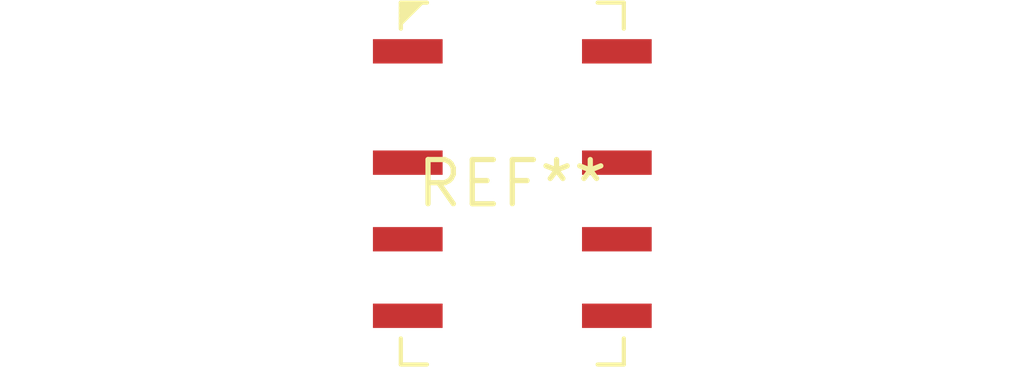
<source format=kicad_pcb>
(kicad_pcb (version 20240108) (generator pcbnew)
  (layers (0 "F.Cu" signal) (31 "B.Cu" signal) (34 "B.Paste" user) (35 "F.Paste" user) (36 "B.SilkS" user "B.Silkscreen") (37 "F.SilkS" user "F.Silkscreen") (38 "B.Mask" user) (39 "F.Mask" user) (44 "Edge.Cuts" user))
  (net 0 "")
  (footprint "Relay_2P2T_10x6mm_TE_IMxxG" (layer "F.Cu") (at 0 0)
    (property "Reference" "REF**")
    (property "Value" "Relay_2P2T_10x6mm_TE_IMxxG")
    (fp_line (start -3.2 -5.2) (end -3.2 -4.45) (layer "F.SilkS") (stroke (width 0.12)))
    (fp_line (start -3.2 4.45) (end -3.2 5.2) (layer "F.SilkS") (stroke (width 0.12)))
    (fp_line (start -3.2 5.2) (end -2.45 5.2) (layer "F.SilkS") (stroke (width 0.12)))
    (fp_line (start -3.05 -5.2) (end -3.2 -5.05) (layer "F.SilkS") (stroke (width 0.12)))
    (fp_line (start -2.9 -5.2) (end -3.2 -4.9) (layer "F.SilkS") (stroke (width 0.12)))
    (fp_line (start -2.75 -5.2) (end -3.2 -4.75) (layer "F.SilkS") (stroke (width 0.12)))
    (fp_line (start -2.6 -5.2) (end -3.2 -4.6) (layer "F.SilkS") (stroke (width 0.12)))
    (fp_line (start -2.45 -5.2) (end -3.2 -5.2) (layer "F.SilkS") (stroke (width 0.12)))
    (fp_line (start 2.45 -5.2) (end 3.2 -5.2) (layer "F.SilkS") (stroke (width 0.12)))
    (fp_line (start 2.45 5.2) (end 3.2 5.2) (layer "F.SilkS") (stroke (width 0.12)))
    (fp_line (start 3.2 -5.2) (end 3.2 -4.45) (layer "F.SilkS") (stroke (width 0.12)))
    (fp_line (start 3.2 4.45) (end 3.2 5.2) (layer "F.SilkS") (stroke (width 0.12)))
    (pad "1" smd rect (at -3 -3.8) (size 2 0.7) (layers "F.Cu" "F.Paste" "F.Mask"))
    (pad "2" smd rect (at -3 -0.6) (size 2 0.7) (layers "F.Cu" "F.Paste" "F.Mask"))
    (pad "3" smd rect (at -3 1.6) (size 2 0.7) (layers "F.Cu" "F.Paste" "F.Mask"))
    (pad "4" smd rect (at -3 3.8) (size 2 0.7) (layers "F.Cu" "F.Paste" "F.Mask"))
    (pad "5" smd rect (at 3 3.8) (size 2 0.7) (layers "F.Cu" "F.Paste" "F.Mask"))
    (pad "6" smd rect (at 3 1.6) (size 2 0.7) (layers "F.Cu" "F.Paste" "F.Mask"))
    (pad "7" smd rect (at 3 -0.6) (size 2 0.7) (layers "F.Cu" "F.Paste" "F.Mask"))
    (pad "8" smd rect (at 3 -3.8) (size 2 0.7) (layers "F.Cu" "F.Paste" "F.Mask"))
  )
)
</source>
